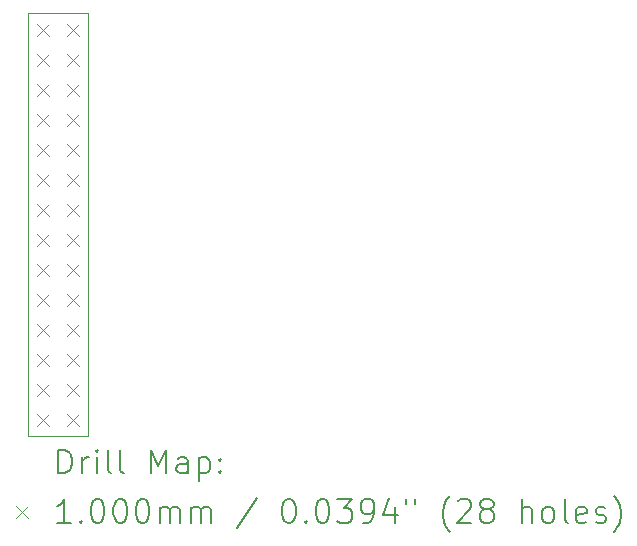
<source format=gbr>
%TF.GenerationSoftware,KiCad,Pcbnew,8.0.4*%
%TF.CreationDate,2025-01-23T20:50:56-05:00*%
%TF.ProjectId,pwm_power,70776d5f-706f-4776-9572-2e6b69636164,1*%
%TF.SameCoordinates,Original*%
%TF.FileFunction,Drillmap*%
%TF.FilePolarity,Positive*%
%FSLAX45Y45*%
G04 Gerber Fmt 4.5, Leading zero omitted, Abs format (unit mm)*
G04 Created by KiCad (PCBNEW 8.0.4) date 2025-01-23 20:50:56*
%MOMM*%
%LPD*%
G01*
G04 APERTURE LIST*
%ADD10C,0.050000*%
%ADD11C,0.200000*%
%ADD12C,0.100000*%
G04 APERTURE END LIST*
D10*
X6731000Y-2272000D02*
X6223000Y-2272000D01*
X6223000Y-2272000D02*
X6223000Y-5853000D01*
X6733000Y-5854000D02*
X6731000Y-2272000D01*
X6223000Y-5853000D02*
X6733000Y-5854000D01*
D11*
D12*
X6300000Y-2363000D02*
X6400000Y-2463000D01*
X6400000Y-2363000D02*
X6300000Y-2463000D01*
X6300000Y-2617000D02*
X6400000Y-2717000D01*
X6400000Y-2617000D02*
X6300000Y-2717000D01*
X6300000Y-2871000D02*
X6400000Y-2971000D01*
X6400000Y-2871000D02*
X6300000Y-2971000D01*
X6300000Y-3125000D02*
X6400000Y-3225000D01*
X6400000Y-3125000D02*
X6300000Y-3225000D01*
X6300000Y-3379000D02*
X6400000Y-3479000D01*
X6400000Y-3379000D02*
X6300000Y-3479000D01*
X6300000Y-3633000D02*
X6400000Y-3733000D01*
X6400000Y-3633000D02*
X6300000Y-3733000D01*
X6300000Y-3887000D02*
X6400000Y-3987000D01*
X6400000Y-3887000D02*
X6300000Y-3987000D01*
X6300000Y-4141000D02*
X6400000Y-4241000D01*
X6400000Y-4141000D02*
X6300000Y-4241000D01*
X6300000Y-4395000D02*
X6400000Y-4495000D01*
X6400000Y-4395000D02*
X6300000Y-4495000D01*
X6300000Y-4649000D02*
X6400000Y-4749000D01*
X6400000Y-4649000D02*
X6300000Y-4749000D01*
X6300000Y-4903000D02*
X6400000Y-5003000D01*
X6400000Y-4903000D02*
X6300000Y-5003000D01*
X6300000Y-5157000D02*
X6400000Y-5257000D01*
X6400000Y-5157000D02*
X6300000Y-5257000D01*
X6300000Y-5411000D02*
X6400000Y-5511000D01*
X6400000Y-5411000D02*
X6300000Y-5511000D01*
X6300000Y-5665000D02*
X6400000Y-5765000D01*
X6400000Y-5665000D02*
X6300000Y-5765000D01*
X6554000Y-2363000D02*
X6654000Y-2463000D01*
X6654000Y-2363000D02*
X6554000Y-2463000D01*
X6554000Y-2617000D02*
X6654000Y-2717000D01*
X6654000Y-2617000D02*
X6554000Y-2717000D01*
X6554000Y-2871000D02*
X6654000Y-2971000D01*
X6654000Y-2871000D02*
X6554000Y-2971000D01*
X6554000Y-3125000D02*
X6654000Y-3225000D01*
X6654000Y-3125000D02*
X6554000Y-3225000D01*
X6554000Y-3379000D02*
X6654000Y-3479000D01*
X6654000Y-3379000D02*
X6554000Y-3479000D01*
X6554000Y-3633000D02*
X6654000Y-3733000D01*
X6654000Y-3633000D02*
X6554000Y-3733000D01*
X6554000Y-3887000D02*
X6654000Y-3987000D01*
X6654000Y-3887000D02*
X6554000Y-3987000D01*
X6554000Y-4141000D02*
X6654000Y-4241000D01*
X6654000Y-4141000D02*
X6554000Y-4241000D01*
X6554000Y-4395000D02*
X6654000Y-4495000D01*
X6654000Y-4395000D02*
X6554000Y-4495000D01*
X6554000Y-4649000D02*
X6654000Y-4749000D01*
X6654000Y-4649000D02*
X6554000Y-4749000D01*
X6554000Y-4903000D02*
X6654000Y-5003000D01*
X6654000Y-4903000D02*
X6554000Y-5003000D01*
X6554000Y-5157000D02*
X6654000Y-5257000D01*
X6654000Y-5157000D02*
X6554000Y-5257000D01*
X6554000Y-5411000D02*
X6654000Y-5511000D01*
X6654000Y-5411000D02*
X6554000Y-5511000D01*
X6554000Y-5665000D02*
X6654000Y-5765000D01*
X6654000Y-5665000D02*
X6554000Y-5765000D01*
D11*
X6481277Y-6167984D02*
X6481277Y-5967984D01*
X6481277Y-5967984D02*
X6528896Y-5967984D01*
X6528896Y-5967984D02*
X6557467Y-5977508D01*
X6557467Y-5977508D02*
X6576515Y-5996555D01*
X6576515Y-5996555D02*
X6586039Y-6015603D01*
X6586039Y-6015603D02*
X6595562Y-6053698D01*
X6595562Y-6053698D02*
X6595562Y-6082269D01*
X6595562Y-6082269D02*
X6586039Y-6120365D01*
X6586039Y-6120365D02*
X6576515Y-6139412D01*
X6576515Y-6139412D02*
X6557467Y-6158460D01*
X6557467Y-6158460D02*
X6528896Y-6167984D01*
X6528896Y-6167984D02*
X6481277Y-6167984D01*
X6681277Y-6167984D02*
X6681277Y-6034650D01*
X6681277Y-6072746D02*
X6690801Y-6053698D01*
X6690801Y-6053698D02*
X6700324Y-6044174D01*
X6700324Y-6044174D02*
X6719372Y-6034650D01*
X6719372Y-6034650D02*
X6738420Y-6034650D01*
X6805086Y-6167984D02*
X6805086Y-6034650D01*
X6805086Y-5967984D02*
X6795562Y-5977508D01*
X6795562Y-5977508D02*
X6805086Y-5987031D01*
X6805086Y-5987031D02*
X6814610Y-5977508D01*
X6814610Y-5977508D02*
X6805086Y-5967984D01*
X6805086Y-5967984D02*
X6805086Y-5987031D01*
X6928896Y-6167984D02*
X6909848Y-6158460D01*
X6909848Y-6158460D02*
X6900324Y-6139412D01*
X6900324Y-6139412D02*
X6900324Y-5967984D01*
X7033658Y-6167984D02*
X7014610Y-6158460D01*
X7014610Y-6158460D02*
X7005086Y-6139412D01*
X7005086Y-6139412D02*
X7005086Y-5967984D01*
X7262229Y-6167984D02*
X7262229Y-5967984D01*
X7262229Y-5967984D02*
X7328896Y-6110841D01*
X7328896Y-6110841D02*
X7395562Y-5967984D01*
X7395562Y-5967984D02*
X7395562Y-6167984D01*
X7576515Y-6167984D02*
X7576515Y-6063222D01*
X7576515Y-6063222D02*
X7566991Y-6044174D01*
X7566991Y-6044174D02*
X7547943Y-6034650D01*
X7547943Y-6034650D02*
X7509848Y-6034650D01*
X7509848Y-6034650D02*
X7490801Y-6044174D01*
X7576515Y-6158460D02*
X7557467Y-6167984D01*
X7557467Y-6167984D02*
X7509848Y-6167984D01*
X7509848Y-6167984D02*
X7490801Y-6158460D01*
X7490801Y-6158460D02*
X7481277Y-6139412D01*
X7481277Y-6139412D02*
X7481277Y-6120365D01*
X7481277Y-6120365D02*
X7490801Y-6101317D01*
X7490801Y-6101317D02*
X7509848Y-6091793D01*
X7509848Y-6091793D02*
X7557467Y-6091793D01*
X7557467Y-6091793D02*
X7576515Y-6082269D01*
X7671753Y-6034650D02*
X7671753Y-6234650D01*
X7671753Y-6044174D02*
X7690801Y-6034650D01*
X7690801Y-6034650D02*
X7728896Y-6034650D01*
X7728896Y-6034650D02*
X7747943Y-6044174D01*
X7747943Y-6044174D02*
X7757467Y-6053698D01*
X7757467Y-6053698D02*
X7766991Y-6072746D01*
X7766991Y-6072746D02*
X7766991Y-6129888D01*
X7766991Y-6129888D02*
X7757467Y-6148936D01*
X7757467Y-6148936D02*
X7747943Y-6158460D01*
X7747943Y-6158460D02*
X7728896Y-6167984D01*
X7728896Y-6167984D02*
X7690801Y-6167984D01*
X7690801Y-6167984D02*
X7671753Y-6158460D01*
X7852705Y-6148936D02*
X7862229Y-6158460D01*
X7862229Y-6158460D02*
X7852705Y-6167984D01*
X7852705Y-6167984D02*
X7843182Y-6158460D01*
X7843182Y-6158460D02*
X7852705Y-6148936D01*
X7852705Y-6148936D02*
X7852705Y-6167984D01*
X7852705Y-6044174D02*
X7862229Y-6053698D01*
X7862229Y-6053698D02*
X7852705Y-6063222D01*
X7852705Y-6063222D02*
X7843182Y-6053698D01*
X7843182Y-6053698D02*
X7852705Y-6044174D01*
X7852705Y-6044174D02*
X7852705Y-6063222D01*
D12*
X6120500Y-6446500D02*
X6220500Y-6546500D01*
X6220500Y-6446500D02*
X6120500Y-6546500D01*
D11*
X6586039Y-6587984D02*
X6471753Y-6587984D01*
X6528896Y-6587984D02*
X6528896Y-6387984D01*
X6528896Y-6387984D02*
X6509848Y-6416555D01*
X6509848Y-6416555D02*
X6490801Y-6435603D01*
X6490801Y-6435603D02*
X6471753Y-6445127D01*
X6671753Y-6568936D02*
X6681277Y-6578460D01*
X6681277Y-6578460D02*
X6671753Y-6587984D01*
X6671753Y-6587984D02*
X6662229Y-6578460D01*
X6662229Y-6578460D02*
X6671753Y-6568936D01*
X6671753Y-6568936D02*
X6671753Y-6587984D01*
X6805086Y-6387984D02*
X6824134Y-6387984D01*
X6824134Y-6387984D02*
X6843182Y-6397508D01*
X6843182Y-6397508D02*
X6852705Y-6407031D01*
X6852705Y-6407031D02*
X6862229Y-6426079D01*
X6862229Y-6426079D02*
X6871753Y-6464174D01*
X6871753Y-6464174D02*
X6871753Y-6511793D01*
X6871753Y-6511793D02*
X6862229Y-6549888D01*
X6862229Y-6549888D02*
X6852705Y-6568936D01*
X6852705Y-6568936D02*
X6843182Y-6578460D01*
X6843182Y-6578460D02*
X6824134Y-6587984D01*
X6824134Y-6587984D02*
X6805086Y-6587984D01*
X6805086Y-6587984D02*
X6786039Y-6578460D01*
X6786039Y-6578460D02*
X6776515Y-6568936D01*
X6776515Y-6568936D02*
X6766991Y-6549888D01*
X6766991Y-6549888D02*
X6757467Y-6511793D01*
X6757467Y-6511793D02*
X6757467Y-6464174D01*
X6757467Y-6464174D02*
X6766991Y-6426079D01*
X6766991Y-6426079D02*
X6776515Y-6407031D01*
X6776515Y-6407031D02*
X6786039Y-6397508D01*
X6786039Y-6397508D02*
X6805086Y-6387984D01*
X6995562Y-6387984D02*
X7014610Y-6387984D01*
X7014610Y-6387984D02*
X7033658Y-6397508D01*
X7033658Y-6397508D02*
X7043182Y-6407031D01*
X7043182Y-6407031D02*
X7052705Y-6426079D01*
X7052705Y-6426079D02*
X7062229Y-6464174D01*
X7062229Y-6464174D02*
X7062229Y-6511793D01*
X7062229Y-6511793D02*
X7052705Y-6549888D01*
X7052705Y-6549888D02*
X7043182Y-6568936D01*
X7043182Y-6568936D02*
X7033658Y-6578460D01*
X7033658Y-6578460D02*
X7014610Y-6587984D01*
X7014610Y-6587984D02*
X6995562Y-6587984D01*
X6995562Y-6587984D02*
X6976515Y-6578460D01*
X6976515Y-6578460D02*
X6966991Y-6568936D01*
X6966991Y-6568936D02*
X6957467Y-6549888D01*
X6957467Y-6549888D02*
X6947943Y-6511793D01*
X6947943Y-6511793D02*
X6947943Y-6464174D01*
X6947943Y-6464174D02*
X6957467Y-6426079D01*
X6957467Y-6426079D02*
X6966991Y-6407031D01*
X6966991Y-6407031D02*
X6976515Y-6397508D01*
X6976515Y-6397508D02*
X6995562Y-6387984D01*
X7186039Y-6387984D02*
X7205086Y-6387984D01*
X7205086Y-6387984D02*
X7224134Y-6397508D01*
X7224134Y-6397508D02*
X7233658Y-6407031D01*
X7233658Y-6407031D02*
X7243182Y-6426079D01*
X7243182Y-6426079D02*
X7252705Y-6464174D01*
X7252705Y-6464174D02*
X7252705Y-6511793D01*
X7252705Y-6511793D02*
X7243182Y-6549888D01*
X7243182Y-6549888D02*
X7233658Y-6568936D01*
X7233658Y-6568936D02*
X7224134Y-6578460D01*
X7224134Y-6578460D02*
X7205086Y-6587984D01*
X7205086Y-6587984D02*
X7186039Y-6587984D01*
X7186039Y-6587984D02*
X7166991Y-6578460D01*
X7166991Y-6578460D02*
X7157467Y-6568936D01*
X7157467Y-6568936D02*
X7147943Y-6549888D01*
X7147943Y-6549888D02*
X7138420Y-6511793D01*
X7138420Y-6511793D02*
X7138420Y-6464174D01*
X7138420Y-6464174D02*
X7147943Y-6426079D01*
X7147943Y-6426079D02*
X7157467Y-6407031D01*
X7157467Y-6407031D02*
X7166991Y-6397508D01*
X7166991Y-6397508D02*
X7186039Y-6387984D01*
X7338420Y-6587984D02*
X7338420Y-6454650D01*
X7338420Y-6473698D02*
X7347943Y-6464174D01*
X7347943Y-6464174D02*
X7366991Y-6454650D01*
X7366991Y-6454650D02*
X7395563Y-6454650D01*
X7395563Y-6454650D02*
X7414610Y-6464174D01*
X7414610Y-6464174D02*
X7424134Y-6483222D01*
X7424134Y-6483222D02*
X7424134Y-6587984D01*
X7424134Y-6483222D02*
X7433658Y-6464174D01*
X7433658Y-6464174D02*
X7452705Y-6454650D01*
X7452705Y-6454650D02*
X7481277Y-6454650D01*
X7481277Y-6454650D02*
X7500324Y-6464174D01*
X7500324Y-6464174D02*
X7509848Y-6483222D01*
X7509848Y-6483222D02*
X7509848Y-6587984D01*
X7605086Y-6587984D02*
X7605086Y-6454650D01*
X7605086Y-6473698D02*
X7614610Y-6464174D01*
X7614610Y-6464174D02*
X7633658Y-6454650D01*
X7633658Y-6454650D02*
X7662229Y-6454650D01*
X7662229Y-6454650D02*
X7681277Y-6464174D01*
X7681277Y-6464174D02*
X7690801Y-6483222D01*
X7690801Y-6483222D02*
X7690801Y-6587984D01*
X7690801Y-6483222D02*
X7700324Y-6464174D01*
X7700324Y-6464174D02*
X7719372Y-6454650D01*
X7719372Y-6454650D02*
X7747943Y-6454650D01*
X7747943Y-6454650D02*
X7766991Y-6464174D01*
X7766991Y-6464174D02*
X7776515Y-6483222D01*
X7776515Y-6483222D02*
X7776515Y-6587984D01*
X8166991Y-6378460D02*
X7995563Y-6635603D01*
X8424134Y-6387984D02*
X8443182Y-6387984D01*
X8443182Y-6387984D02*
X8462229Y-6397508D01*
X8462229Y-6397508D02*
X8471753Y-6407031D01*
X8471753Y-6407031D02*
X8481277Y-6426079D01*
X8481277Y-6426079D02*
X8490801Y-6464174D01*
X8490801Y-6464174D02*
X8490801Y-6511793D01*
X8490801Y-6511793D02*
X8481277Y-6549888D01*
X8481277Y-6549888D02*
X8471753Y-6568936D01*
X8471753Y-6568936D02*
X8462229Y-6578460D01*
X8462229Y-6578460D02*
X8443182Y-6587984D01*
X8443182Y-6587984D02*
X8424134Y-6587984D01*
X8424134Y-6587984D02*
X8405087Y-6578460D01*
X8405087Y-6578460D02*
X8395563Y-6568936D01*
X8395563Y-6568936D02*
X8386039Y-6549888D01*
X8386039Y-6549888D02*
X8376515Y-6511793D01*
X8376515Y-6511793D02*
X8376515Y-6464174D01*
X8376515Y-6464174D02*
X8386039Y-6426079D01*
X8386039Y-6426079D02*
X8395563Y-6407031D01*
X8395563Y-6407031D02*
X8405087Y-6397508D01*
X8405087Y-6397508D02*
X8424134Y-6387984D01*
X8576515Y-6568936D02*
X8586039Y-6578460D01*
X8586039Y-6578460D02*
X8576515Y-6587984D01*
X8576515Y-6587984D02*
X8566991Y-6578460D01*
X8566991Y-6578460D02*
X8576515Y-6568936D01*
X8576515Y-6568936D02*
X8576515Y-6587984D01*
X8709848Y-6387984D02*
X8728896Y-6387984D01*
X8728896Y-6387984D02*
X8747944Y-6397508D01*
X8747944Y-6397508D02*
X8757468Y-6407031D01*
X8757468Y-6407031D02*
X8766991Y-6426079D01*
X8766991Y-6426079D02*
X8776515Y-6464174D01*
X8776515Y-6464174D02*
X8776515Y-6511793D01*
X8776515Y-6511793D02*
X8766991Y-6549888D01*
X8766991Y-6549888D02*
X8757468Y-6568936D01*
X8757468Y-6568936D02*
X8747944Y-6578460D01*
X8747944Y-6578460D02*
X8728896Y-6587984D01*
X8728896Y-6587984D02*
X8709848Y-6587984D01*
X8709848Y-6587984D02*
X8690801Y-6578460D01*
X8690801Y-6578460D02*
X8681277Y-6568936D01*
X8681277Y-6568936D02*
X8671753Y-6549888D01*
X8671753Y-6549888D02*
X8662229Y-6511793D01*
X8662229Y-6511793D02*
X8662229Y-6464174D01*
X8662229Y-6464174D02*
X8671753Y-6426079D01*
X8671753Y-6426079D02*
X8681277Y-6407031D01*
X8681277Y-6407031D02*
X8690801Y-6397508D01*
X8690801Y-6397508D02*
X8709848Y-6387984D01*
X8843182Y-6387984D02*
X8966991Y-6387984D01*
X8966991Y-6387984D02*
X8900325Y-6464174D01*
X8900325Y-6464174D02*
X8928896Y-6464174D01*
X8928896Y-6464174D02*
X8947944Y-6473698D01*
X8947944Y-6473698D02*
X8957468Y-6483222D01*
X8957468Y-6483222D02*
X8966991Y-6502269D01*
X8966991Y-6502269D02*
X8966991Y-6549888D01*
X8966991Y-6549888D02*
X8957468Y-6568936D01*
X8957468Y-6568936D02*
X8947944Y-6578460D01*
X8947944Y-6578460D02*
X8928896Y-6587984D01*
X8928896Y-6587984D02*
X8871753Y-6587984D01*
X8871753Y-6587984D02*
X8852706Y-6578460D01*
X8852706Y-6578460D02*
X8843182Y-6568936D01*
X9062229Y-6587984D02*
X9100325Y-6587984D01*
X9100325Y-6587984D02*
X9119372Y-6578460D01*
X9119372Y-6578460D02*
X9128896Y-6568936D01*
X9128896Y-6568936D02*
X9147944Y-6540365D01*
X9147944Y-6540365D02*
X9157468Y-6502269D01*
X9157468Y-6502269D02*
X9157468Y-6426079D01*
X9157468Y-6426079D02*
X9147944Y-6407031D01*
X9147944Y-6407031D02*
X9138420Y-6397508D01*
X9138420Y-6397508D02*
X9119372Y-6387984D01*
X9119372Y-6387984D02*
X9081277Y-6387984D01*
X9081277Y-6387984D02*
X9062229Y-6397508D01*
X9062229Y-6397508D02*
X9052706Y-6407031D01*
X9052706Y-6407031D02*
X9043182Y-6426079D01*
X9043182Y-6426079D02*
X9043182Y-6473698D01*
X9043182Y-6473698D02*
X9052706Y-6492746D01*
X9052706Y-6492746D02*
X9062229Y-6502269D01*
X9062229Y-6502269D02*
X9081277Y-6511793D01*
X9081277Y-6511793D02*
X9119372Y-6511793D01*
X9119372Y-6511793D02*
X9138420Y-6502269D01*
X9138420Y-6502269D02*
X9147944Y-6492746D01*
X9147944Y-6492746D02*
X9157468Y-6473698D01*
X9328896Y-6454650D02*
X9328896Y-6587984D01*
X9281277Y-6378460D02*
X9233658Y-6521317D01*
X9233658Y-6521317D02*
X9357468Y-6521317D01*
X9424134Y-6387984D02*
X9424134Y-6426079D01*
X9500325Y-6387984D02*
X9500325Y-6426079D01*
X9795563Y-6664174D02*
X9786039Y-6654650D01*
X9786039Y-6654650D02*
X9766991Y-6626079D01*
X9766991Y-6626079D02*
X9757468Y-6607031D01*
X9757468Y-6607031D02*
X9747944Y-6578460D01*
X9747944Y-6578460D02*
X9738420Y-6530841D01*
X9738420Y-6530841D02*
X9738420Y-6492746D01*
X9738420Y-6492746D02*
X9747944Y-6445127D01*
X9747944Y-6445127D02*
X9757468Y-6416555D01*
X9757468Y-6416555D02*
X9766991Y-6397508D01*
X9766991Y-6397508D02*
X9786039Y-6368936D01*
X9786039Y-6368936D02*
X9795563Y-6359412D01*
X9862230Y-6407031D02*
X9871753Y-6397508D01*
X9871753Y-6397508D02*
X9890801Y-6387984D01*
X9890801Y-6387984D02*
X9938420Y-6387984D01*
X9938420Y-6387984D02*
X9957468Y-6397508D01*
X9957468Y-6397508D02*
X9966991Y-6407031D01*
X9966991Y-6407031D02*
X9976515Y-6426079D01*
X9976515Y-6426079D02*
X9976515Y-6445127D01*
X9976515Y-6445127D02*
X9966991Y-6473698D01*
X9966991Y-6473698D02*
X9852706Y-6587984D01*
X9852706Y-6587984D02*
X9976515Y-6587984D01*
X10090801Y-6473698D02*
X10071753Y-6464174D01*
X10071753Y-6464174D02*
X10062230Y-6454650D01*
X10062230Y-6454650D02*
X10052706Y-6435603D01*
X10052706Y-6435603D02*
X10052706Y-6426079D01*
X10052706Y-6426079D02*
X10062230Y-6407031D01*
X10062230Y-6407031D02*
X10071753Y-6397508D01*
X10071753Y-6397508D02*
X10090801Y-6387984D01*
X10090801Y-6387984D02*
X10128896Y-6387984D01*
X10128896Y-6387984D02*
X10147944Y-6397508D01*
X10147944Y-6397508D02*
X10157468Y-6407031D01*
X10157468Y-6407031D02*
X10166991Y-6426079D01*
X10166991Y-6426079D02*
X10166991Y-6435603D01*
X10166991Y-6435603D02*
X10157468Y-6454650D01*
X10157468Y-6454650D02*
X10147944Y-6464174D01*
X10147944Y-6464174D02*
X10128896Y-6473698D01*
X10128896Y-6473698D02*
X10090801Y-6473698D01*
X10090801Y-6473698D02*
X10071753Y-6483222D01*
X10071753Y-6483222D02*
X10062230Y-6492746D01*
X10062230Y-6492746D02*
X10052706Y-6511793D01*
X10052706Y-6511793D02*
X10052706Y-6549888D01*
X10052706Y-6549888D02*
X10062230Y-6568936D01*
X10062230Y-6568936D02*
X10071753Y-6578460D01*
X10071753Y-6578460D02*
X10090801Y-6587984D01*
X10090801Y-6587984D02*
X10128896Y-6587984D01*
X10128896Y-6587984D02*
X10147944Y-6578460D01*
X10147944Y-6578460D02*
X10157468Y-6568936D01*
X10157468Y-6568936D02*
X10166991Y-6549888D01*
X10166991Y-6549888D02*
X10166991Y-6511793D01*
X10166991Y-6511793D02*
X10157468Y-6492746D01*
X10157468Y-6492746D02*
X10147944Y-6483222D01*
X10147944Y-6483222D02*
X10128896Y-6473698D01*
X10405087Y-6587984D02*
X10405087Y-6387984D01*
X10490801Y-6587984D02*
X10490801Y-6483222D01*
X10490801Y-6483222D02*
X10481277Y-6464174D01*
X10481277Y-6464174D02*
X10462230Y-6454650D01*
X10462230Y-6454650D02*
X10433658Y-6454650D01*
X10433658Y-6454650D02*
X10414611Y-6464174D01*
X10414611Y-6464174D02*
X10405087Y-6473698D01*
X10614611Y-6587984D02*
X10595563Y-6578460D01*
X10595563Y-6578460D02*
X10586039Y-6568936D01*
X10586039Y-6568936D02*
X10576515Y-6549888D01*
X10576515Y-6549888D02*
X10576515Y-6492746D01*
X10576515Y-6492746D02*
X10586039Y-6473698D01*
X10586039Y-6473698D02*
X10595563Y-6464174D01*
X10595563Y-6464174D02*
X10614611Y-6454650D01*
X10614611Y-6454650D02*
X10643182Y-6454650D01*
X10643182Y-6454650D02*
X10662230Y-6464174D01*
X10662230Y-6464174D02*
X10671753Y-6473698D01*
X10671753Y-6473698D02*
X10681277Y-6492746D01*
X10681277Y-6492746D02*
X10681277Y-6549888D01*
X10681277Y-6549888D02*
X10671753Y-6568936D01*
X10671753Y-6568936D02*
X10662230Y-6578460D01*
X10662230Y-6578460D02*
X10643182Y-6587984D01*
X10643182Y-6587984D02*
X10614611Y-6587984D01*
X10795563Y-6587984D02*
X10776515Y-6578460D01*
X10776515Y-6578460D02*
X10766992Y-6559412D01*
X10766992Y-6559412D02*
X10766992Y-6387984D01*
X10947944Y-6578460D02*
X10928896Y-6587984D01*
X10928896Y-6587984D02*
X10890801Y-6587984D01*
X10890801Y-6587984D02*
X10871753Y-6578460D01*
X10871753Y-6578460D02*
X10862230Y-6559412D01*
X10862230Y-6559412D02*
X10862230Y-6483222D01*
X10862230Y-6483222D02*
X10871753Y-6464174D01*
X10871753Y-6464174D02*
X10890801Y-6454650D01*
X10890801Y-6454650D02*
X10928896Y-6454650D01*
X10928896Y-6454650D02*
X10947944Y-6464174D01*
X10947944Y-6464174D02*
X10957468Y-6483222D01*
X10957468Y-6483222D02*
X10957468Y-6502269D01*
X10957468Y-6502269D02*
X10862230Y-6521317D01*
X11033658Y-6578460D02*
X11052706Y-6587984D01*
X11052706Y-6587984D02*
X11090801Y-6587984D01*
X11090801Y-6587984D02*
X11109849Y-6578460D01*
X11109849Y-6578460D02*
X11119373Y-6559412D01*
X11119373Y-6559412D02*
X11119373Y-6549888D01*
X11119373Y-6549888D02*
X11109849Y-6530841D01*
X11109849Y-6530841D02*
X11090801Y-6521317D01*
X11090801Y-6521317D02*
X11062230Y-6521317D01*
X11062230Y-6521317D02*
X11043182Y-6511793D01*
X11043182Y-6511793D02*
X11033658Y-6492746D01*
X11033658Y-6492746D02*
X11033658Y-6483222D01*
X11033658Y-6483222D02*
X11043182Y-6464174D01*
X11043182Y-6464174D02*
X11062230Y-6454650D01*
X11062230Y-6454650D02*
X11090801Y-6454650D01*
X11090801Y-6454650D02*
X11109849Y-6464174D01*
X11186039Y-6664174D02*
X11195563Y-6654650D01*
X11195563Y-6654650D02*
X11214611Y-6626079D01*
X11214611Y-6626079D02*
X11224134Y-6607031D01*
X11224134Y-6607031D02*
X11233658Y-6578460D01*
X11233658Y-6578460D02*
X11243182Y-6530841D01*
X11243182Y-6530841D02*
X11243182Y-6492746D01*
X11243182Y-6492746D02*
X11233658Y-6445127D01*
X11233658Y-6445127D02*
X11224134Y-6416555D01*
X11224134Y-6416555D02*
X11214611Y-6397508D01*
X11214611Y-6397508D02*
X11195563Y-6368936D01*
X11195563Y-6368936D02*
X11186039Y-6359412D01*
M02*

</source>
